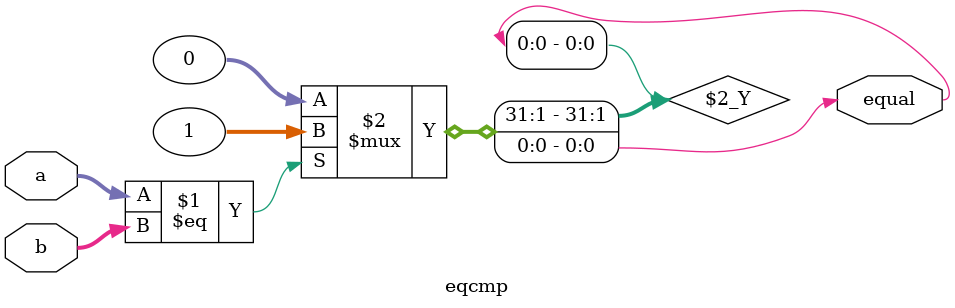
<source format=sv>
`timescale 1ns / 1ps


module eqcmp(
input [31:0] a,b,
output equal
    );
    assign equal = (a == b)?1:0;
endmodule

</source>
